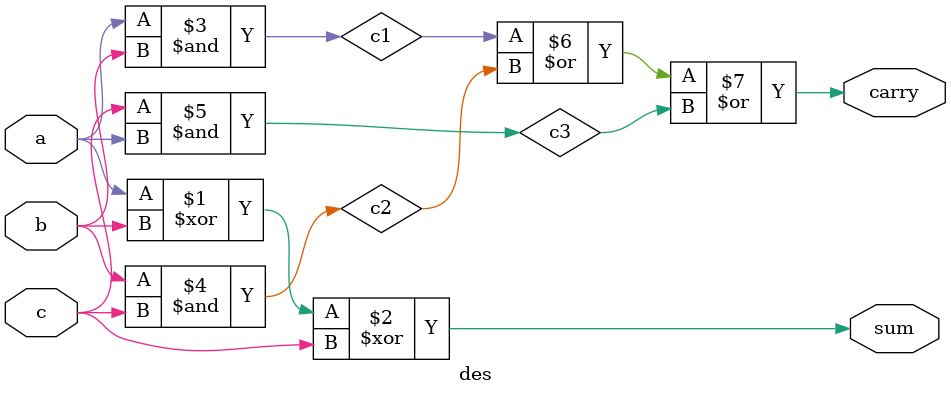
<source format=sv>
module des(sum,carry,a,b,c);
  input a,b,c;
  output sum,carry;
  wire c1,c2,c3;
  
  xor x1(sum,a,b,c);
  and a1(c1,a,b);
  and a2(c2,b,c);
  and a3(c3,c,a);
  or o1(carry,c1,c2,c3);
  
endmodule

</source>
